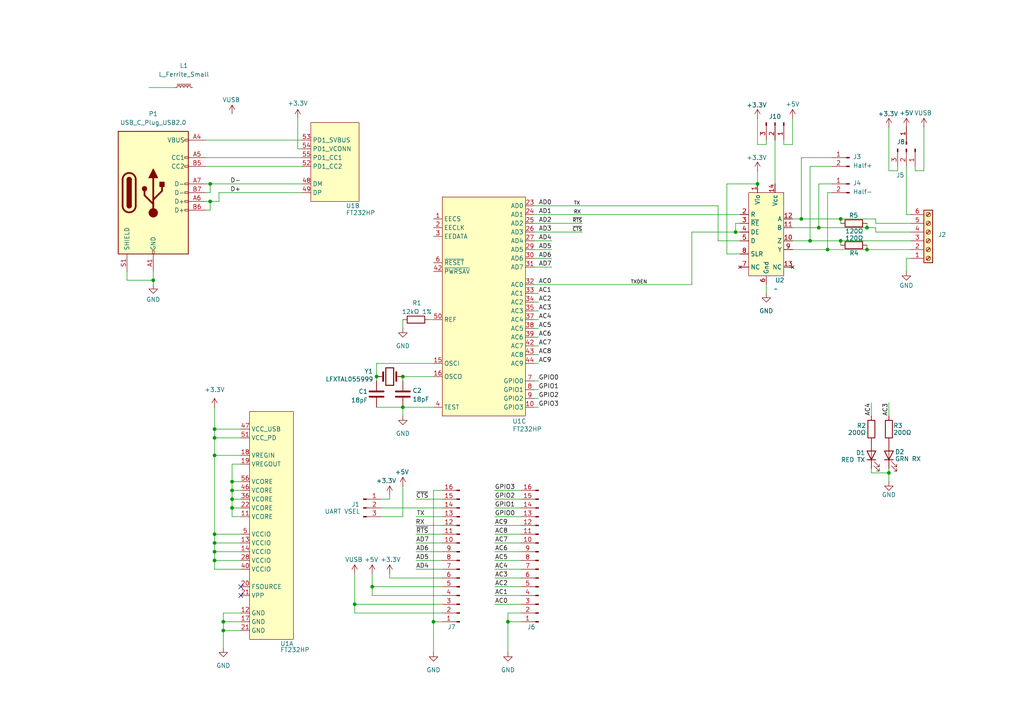
<source format=kicad_sch>
(kicad_sch (version 20231120) (generator "eeschema") (generator_version "8.0")
  (paper "A4")
  (lib_symbols
    (symbol "Connector:Conn_01x01_Pin" (pin_names (offset 1.016) hide)
      (property "Reference" "J" (at 0 2.54 0))
      (property "Value" "Conn_01x01_Pin" (at 0 -2.54 0))
      (symbol "Conn_01x01_Pin_1_1"
        (pin passive line (at 5.08 0 180) (length 3.81) (name "Pin_1") (number "1"))
      )
    )
    (symbol "Connector:Conn_01x02_Pin" (pin_names (offset 1.016) hide)
      (property "Reference" "J" (at 0 2.54 0))
      (property "Value" "Conn_01x02_Pin" (at 0 -5.08 0))
      (symbol "Conn_01x02_Pin_1_1"
        (pin passive line (at 5.08 0 180) (length 3.81) (name "Pin_1") (number "1"))
        (pin passive line (at 5.08 -2.54 180) (length 3.81) (name "Pin_2") (number "2"))
      )
    )
    (symbol "Connector:Conn_01x03_Pin" (pin_names (offset 1.016) hide)
      (property "Reference" "J" (at 0 5.08 0))
      (property "Value" "Conn_01x03_Pin" (at 0 -5.08 0))
      (symbol "Conn_01x03_Pin_1_1"
        (pin passive line (at 5.08 2.54 180) (length 3.81) (name "Pin_1") (number "1"))
        (pin passive line (at 5.08 0 180) (length 3.81) (name "Pin_2") (number "2"))
        (pin passive line (at 5.08 -2.54 180) (length 3.81) (name "Pin_3") (number "3"))
      )
    )
    (symbol "Connector:Conn_01x16_Pin" (pin_names (offset 1.016) hide)
      (property "Reference" "J" (at 0 20.32 0))
      (property "Value" "Conn_01x16_Pin" (at 0 -22.86 0))
      (symbol "Conn_01x16_Pin_1_1"
        (pin passive line (at 5.08 17.78 180) (length 3.81) (name "Pin_1") (number "1"))
        (pin passive line (at 5.08 -5.08 180) (length 3.81) (name "Pin_10") (number "10"))
        (pin passive line (at 5.08 -7.62 180) (length 3.81) (name "Pin_11") (number "11"))
        (pin passive line (at 5.08 -10.16 180) (length 3.81) (name "Pin_12") (number "12"))
        (pin passive line (at 5.08 -12.7 180) (length 3.81) (name "Pin_13") (number "13"))
        (pin passive line (at 5.08 -15.24 180) (length 3.81) (name "Pin_14") (number "14"))
        (pin passive line (at 5.08 -17.78 180) (length 3.81) (name "Pin_15") (number "15"))
        (pin passive line (at 5.08 -20.32 180) (length 3.81) (name "Pin_16") (number "16"))
        (pin passive line (at 5.08 15.24 180) (length 3.81) (name "Pin_2") (number "2"))
        (pin passive line (at 5.08 12.7 180) (length 3.81) (name "Pin_3") (number "3"))
        (pin passive line (at 5.08 10.16 180) (length 3.81) (name "Pin_4") (number "4"))
        (pin passive line (at 5.08 7.62 180) (length 3.81) (name "Pin_5") (number "5"))
        (pin passive line (at 5.08 5.08 180) (length 3.81) (name "Pin_6") (number "6"))
        (pin passive line (at 5.08 2.54 180) (length 3.81) (name "Pin_7") (number "7"))
        (pin passive line (at 5.08 0 180) (length 3.81) (name "Pin_8") (number "8"))
        (pin passive line (at 5.08 -2.54 180) (length 3.81) (name "Pin_9") (number "9"))
      )
    )
    (symbol "Connector:Screw_Terminal_01x06" (pin_names (offset 1.016) hide)
      (property "Reference" "J" (at 0 7.62 0))
      (property "Value" "Screw_Terminal_01x06" (at 0 -10.16 0))
      (symbol "Screw_Terminal_01x06_1_1"
        (pin passive line (at -5.08 5.08 0) (length 3.81) (name "Pin_1") (number "1"))
        (pin passive line (at -5.08 2.54 0) (length 3.81) (name "Pin_2") (number "2"))
        (pin passive line (at -5.08 0 0) (length 3.81) (name "Pin_3") (number "3"))
        (pin passive line (at -5.08 -2.54 0) (length 3.81) (name "Pin_4") (number "4"))
        (pin passive line (at -5.08 -5.08 0) (length 3.81) (name "Pin_5") (number "5"))
        (pin passive line (at -5.08 -7.62 0) (length 3.81) (name "Pin_6") (number "6"))
      )
    )
    (symbol "Connector:USB_C_Receptacle_USB2.0_14P" (pin_names (offset 1.016))
      (property "Reference" "J" (at 0 22.225 0))
      (property "Value" "USB_C_Receptacle_USB2.0_14P" (at 0 19.685 0))
      (symbol "USB_C_Receptacle_USB2.0_14P_1_1"
        (pin passive line (at 0 -22.86 90) (length 5.08) (name "GND") (number "A1"))
        (pin passive line (at 0 -22.86 90) (length 5.08) hide (name "GND") (number "A12"))
        (pin passive line (at 15.24 15.24 180) (length 5.08) (name "VBUS") (number "A4"))
        (pin bidirectional line (at 15.24 10.16 180) (length 5.08) (name "CC1") (number "A5"))
        (pin bidirectional line (at 15.24 -2.54 180) (length 5.08) (name "D+") (number "A6"))
        (pin bidirectional line (at 15.24 2.54 180) (length 5.08) (name "D-") (number "A7"))
        (pin passive line (at 15.24 15.24 180) (length 5.08) hide (name "VBUS") (number "A9"))
        (pin passive line (at 0 -22.86 90) (length 5.08) hide (name "GND") (number "B1"))
        (pin passive line (at 0 -22.86 90) (length 5.08) hide (name "GND") (number "B12"))
        (pin passive line (at 15.24 15.24 180) (length 5.08) hide (name "VBUS") (number "B4"))
        (pin bidirectional line (at 15.24 7.62 180) (length 5.08) (name "CC2") (number "B5"))
        (pin bidirectional line (at 15.24 -5.08 180) (length 5.08) (name "D+") (number "B6"))
        (pin bidirectional line (at 15.24 0 180) (length 5.08) (name "D-") (number "B7"))
        (pin passive line (at 15.24 15.24 180) (length 5.08) hide (name "VBUS") (number "B9"))
        (pin passive line (at -7.62 -22.86 90) (length 5.08) (name "SHIELD") (number "S1"))
      )
    )
    (symbol "Device:C" (pin_numbers hide) (pin_names (offset 0.254))
      (property "Reference" "C" (at 0.635 2.54 0))
      (property "Value" "C" (at 0.635 -2.54 0))
      (symbol "C_1_1"
        (pin passive line (at 0 3.81 270) (length 2.794) (name "~") (number "1"))
        (pin passive line (at 0 -3.81 90) (length 2.794) (name "~") (number "2"))
      )
    )
    (symbol "Device:Crystal" (pin_numbers hide) (pin_names (offset 1.016) hide)
      (property "Reference" "Y" (at 0 3.81 0))
      (property "Value" "Crystal" (at 0 -3.81 0))
      (symbol "Crystal_1_1"
        (pin passive line (at -3.81 0 0) (length 1.27) (name "1") (number "1"))
        (pin passive line (at 3.81 0 180) (length 1.27) (name "2") (number "2"))
      )
    )
    (symbol "Device:LED" (pin_numbers hide) (pin_names (offset 1.016) hide)
      (property "Reference" "D" (at 0 2.54 0))
      (property "Value" "LED" (at 0 -2.54 0))
      (symbol "LED_1_1"
        (pin passive line (at -3.81 0 0) (length 2.54) (name "K") (number "1"))
        (pin passive line (at 3.81 0 180) (length 2.54) (name "A") (number "2"))
      )
    )
    (symbol "Device:L_Ferrite_Small" (pin_numbers hide) (pin_names (offset 0.254) hide)
      (property "Reference" "L" (at 1.27 1.016 0))
      (property "Value" "L_Ferrite_Small" (at 1.27 -1.27 0))
      (symbol "L_Ferrite_Small_1_1"
        (pin passive line (at 0 2.54 270) (length 0.508) (name "~") (number "1"))
        (pin passive line (at 0 -2.54 90) (length 0.508) (name "~") (number "2"))
      )
    )
    (symbol "Device:R" (pin_numbers hide) (pin_names (offset 0))
      (property "Reference" "R" (at 2.032 0 90))
      (property "Value" "R" (at 0 0 90))
      (symbol "R_1_1"
        (pin passive line (at 0 3.81 270) (length 1.27) (name "~") (number "1"))
        (pin passive line (at 0 -3.81 90) (length 1.27) (name "~") (number "2"))
      )
    )
    (symbol "FT232HPQ_1"
      (property "Reference" "U" (at 11.43 -46.99 0))
      (property "Value" "FT232HP" (at -0.762 35.052 0))
      (symbol "FT232HPQ_1_1_1"
        (pin power_in line (at -10.16 6.35 0) (length 2.54) (name "VCORE") (number "11"))
        (pin power_in line (at -10.16 -21.59 0) (length 2.54) (name "GND") (number "12"))
        (pin power_in line (at -10.16 -1.27 0) (length 2.54) (name "VCCIO") (number "13"))
        (pin power_in line (at -10.16 -3.81 0) (length 2.54) (name "VCCIO") (number "14"))
        (pin power_in line (at -10.16 -24.13 0) (length 2.54) (name "GND") (number "17"))
        (pin power_in line (at -10.16 24.13 0) (length 2.54) (name "VREGIN") (number "18"))
        (pin power_out line (at -10.16 21.59 0) (length 2.54) (name "VREGOUT") (number "19"))
        (pin power_in line (at -10.16 -13.97 0) (length 2.54) (name "FSOURCE") (number "20"))
        (pin power_in line (at -10.16 -26.67 0) (length 2.54) (name "GND") (number "21"))
        (pin power_in line (at -10.16 -16.51 0) (length 2.54) (name "VPP") (number "21"))
        (pin power_in line (at -10.16 8.89 0) (length 2.54) (name "VCORE") (number "22"))
        (pin power_in line (at -10.16 -6.35 0) (length 2.54) (name "VCCIO") (number "28"))
        (pin power_in line (at -10.16 11.43 0) (length 2.54) (name "VCORE") (number "36"))
        (pin power_in line (at -10.16 -8.89 0) (length 2.54) (name "VCCIO") (number "40"))
        (pin power_in line (at -10.16 13.97 0) (length 2.54) (name "VCORE") (number "46"))
        (pin power_in line (at -10.16 31.75 0) (length 2.54) (name "VCC_USB") (number "47"))
        (pin power_in line (at -10.16 1.27 0) (length 2.54) (name "VCCIO") (number "5"))
        (pin power_in line (at -10.16 29.21 0) (length 2.54) (name "VCC_PD") (number "51"))
        (pin power_in line (at -10.16 16.51 0) (length 2.54) (name "VCORE") (number "56"))
      )
      (symbol "FT232HPQ_1_2_1"
        (pin bidirectional line (at -10.16 7.62 0) (length 2.54) (name "DM") (number "48"))
        (pin bidirectional line (at -10.16 5.08 0) (length 2.54) (name "DP") (number "49"))
        (pin bidirectional line (at -10.16 12.7 0) (length 2.54) (name "PD1_CC2") (number "52"))
        (pin input line (at -10.16 20.32 0) (length 2.54) (name "PD1_SVBUS") (number "53"))
        (pin power_in line (at -10.16 17.78 0) (length 2.54) (name "PD1_VCONN") (number "54"))
        (pin bidirectional line (at -10.16 15.24 0) (length 2.54) (name "PD1_CC1") (number "55"))
      )
      (symbol "FT232HPQ_1_3_1"
        (pin bidirectional line (at -15.24 11.43 0) (length 2.54) (name "EECS") (number "1"))
        (pin bidirectional line (at 13.97 -43.18 180) (length 2.54) (name "GPIO3") (number "10"))
        (pin input line (at -15.24 -30.48 0) (length 2.54) (name "OSCI") (number "15"))
        (pin output line (at -15.24 -34.29 0) (length 2.54) (name "OSCO") (number "16"))
        (pin output line (at -15.24 8.89 0) (length 2.54) (name "EECLK") (number "2"))
        (pin bidirectional line (at 13.97 15.24 180) (length 2.54) (name "AD0") (number "23"))
        (pin bidirectional line (at 13.97 12.7 180) (length 2.54) (name "AD1") (number "24"))
        (pin bidirectional line (at 13.97 10.16 180) (length 2.54) (name "AD2") (number "25"))
        (pin bidirectional line (at 13.97 7.62 180) (length 2.54) (name "AD3") (number "26"))
        (pin bidirectional line (at 13.97 5.08 180) (length 2.54) (name "AD4") (number "27"))
        (pin bidirectional line (at 13.97 2.54 180) (length 2.54) (name "AD5") (number "29"))
        (pin bidirectional line (at -15.24 6.35 0) (length 2.54) (name "EEDATA") (number "3"))
        (pin bidirectional line (at 13.97 0 180) (length 2.54) (name "AD6") (number "30"))
        (pin bidirectional line (at 13.97 -2.54 180) (length 2.54) (name "AD7") (number "31"))
        (pin bidirectional line (at 13.97 -7.62 180) (length 2.54) (name "AC0") (number "32"))
        (pin bidirectional line (at 13.97 -10.16 180) (length 2.54) (name "AC1") (number "33"))
        (pin bidirectional line (at 13.97 -12.7 180) (length 2.54) (name "AC2") (number "34"))
        (pin bidirectional line (at 13.97 -15.24 180) (length 2.54) (name "AC3") (number "35"))
        (pin bidirectional line (at 13.97 -17.78 180) (length 2.54) (name "AC4") (number "37"))
        (pin bidirectional line (at 13.97 -20.32 180) (length 2.54) (name "AC5") (number "38"))
        (pin bidirectional line (at 13.97 -22.86 180) (length 2.54) (name "AC6") (number "39"))
        (pin input line (at -15.24 -43.18 0) (length 2.54) (name "TEST") (number "4"))
        (pin bidirectional line (at 13.97 -25.4 180) (length 2.54) (name "AC7") (number "42"))
        (pin input line (at -15.24 -3.81 0) (length 2.54) (name "~{PWRSAV}") (number "42"))
        (pin bidirectional line (at 13.97 -27.94 180) (length 2.54) (name "AC8") (number "43"))
        (pin bidirectional line (at 13.97 -30.48 180) (length 2.54) (name "AC9") (number "44"))
        (pin input line (at -15.24 -17.78 0) (length 2.54) (name "REF") (number "50"))
        (pin input line (at -15.24 -1.27 0) (length 2.54) (name "~{RESET}") (number "6"))
        (pin bidirectional line (at 13.97 -35.56 180) (length 2.54) (name "GPIO0") (number "7"))
        (pin bidirectional line (at 13.97 -38.1 180) (length 2.54) (name "GPIO1") (number "8"))
        (pin bidirectional line (at 13.97 -40.64 180) (length 2.54) (name "GPIO2") (number "9"))
      )
    )
    (symbol "Interface_UART:THVD2452V"
      (property "Reference" "U" (at 3.302 -14.986 0))
      (symbol "THVD2452V_1_1"
        (pin power_in line (at -2.54 12.7 270) (length 2.54) (name "Vio") (number "1"))
        (pin output line (at 7.62 -3.81 180) (length 2.54) (name "Z") (number "10"))
        (pin input line (at 7.62 0 180) (length 2.54) (name "B") (number "11"))
        (pin input line (at 7.62 2.54 180) (length 2.54) (name "A") (number "12"))
        (pin no_connect line (at 7.62 -11.43 180) (length 2.54) (name "NC") (number "13"))
        (pin power_in line (at 2.54 12.7 270) (length 2.54) (name "Vcc") (number "14"))
        (pin output line (at -7.62 3.81 0) (length 2.54) (name "R") (number "2"))
        (pin input line (at -7.62 1.27 0) (length 2.54) (name "~{RE}") (number "3"))
        (pin input line (at -7.62 -1.27 0) (length 2.54) (name "DE") (number "4"))
        (pin input line (at -7.62 -3.81 0) (length 2.54) (name "D") (number "5"))
        (pin power_in line (at 0 -16.51 90) (length 2.54) (name "Gnd") (number "6"))
        (pin no_connect line (at -7.62 -11.43 0) (length 2.54) (name "NC") (number "7"))
        (pin input line (at -7.62 -7.62 0) (length 2.54) (name "SLR") (number "8"))
        (pin output line (at 7.62 -6.35 180) (length 2.54) (name "Y") (number "9"))
      )
    )
    (symbol "Interface_USB:FT232HPQ"
      (property "Reference" "U" (at 11.43 -46.99 0))
      (property "Value" "FT232HP" (at -0.762 35.052 0))
      (symbol "FT232HPQ_1_1"
        (pin power_in line (at -10.16 6.35 0) (length 2.54) (name "VCORE") (number "11"))
        (pin power_in line (at -10.16 -21.59 0) (length 2.54) (name "GND") (number "12"))
        (pin power_in line (at -10.16 -1.27 0) (length 2.54) (name "VCCIO") (number "13"))
        (pin power_in line (at -10.16 -3.81 0) (length 2.54) (name "VCCIO") (number "14"))
        (pin power_in line (at -10.16 -24.13 0) (length 2.54) (name "GND") (number "17"))
        (pin power_in line (at -10.16 24.13 0) (length 2.54) (name "VREGIN") (number "18"))
        (pin power_out line (at -10.16 21.59 0) (length 2.54) (name "VREGOUT") (number "19"))
        (pin power_in line (at -10.16 -13.97 0) (length 2.54) (name "FSOURCE") (number "20"))
        (pin power_in line (at -10.16 -26.67 0) (length 2.54) (name "GND") (number "21"))
        (pin power_in line (at -10.16 -16.51 0) (length 2.54) (name "VPP") (number "21"))
        (pin power_in line (at -10.16 8.89 0) (length 2.54) (name "VCORE") (number "22"))
        (pin power_in line (at -10.16 -6.35 0) (length 2.54) (name "VCCIO") (number "28"))
        (pin power_in line (at -10.16 11.43 0) (length 2.54) (name "VCORE") (number "36"))
        (pin power_in line (at -10.16 -8.89 0) (length 2.54) (name "VCCIO") (number "40"))
        (pin power_in line (at -10.16 13.97 0) (length 2.54) (name "VCORE") (number "46"))
        (pin power_in line (at -10.16 31.75 0) (length 2.54) (name "VCC_USB") (number "47"))
        (pin power_in line (at -10.16 1.27 0) (length 2.54) (name "VCCIO") (number "5"))
        (pin power_in line (at -10.16 29.21 0) (length 2.54) (name "VCC_PD") (number "51"))
        (pin power_in line (at -10.16 16.51 0) (length 2.54) (name "VCORE") (number "56"))
      )
      (symbol "FT232HPQ_2_1"
        (pin bidirectional line (at -10.16 7.62 0) (length 2.54) (name "DM") (number "48"))
        (pin bidirectional line (at -10.16 5.08 0) (length 2.54) (name "DP") (number "49"))
        (pin bidirectional line (at -10.16 12.7 0) (length 2.54) (name "PD1_CC2") (number "52"))
        (pin input line (at -10.16 20.32 0) (length 2.54) (name "PD1_SVBUS") (number "53"))
        (pin power_in line (at -10.16 17.78 0) (length 2.54) (name "PD1_VCONN") (number "54"))
        (pin bidirectional line (at -10.16 15.24 0) (length 2.54) (name "PD1_CC1") (number "55"))
      )
      (symbol "FT232HPQ_3_1"
        (pin bidirectional line (at -15.24 11.43 0) (length 2.54) (name "EECS") (number "1"))
        (pin bidirectional line (at 13.97 -43.18 180) (length 2.54) (name "GPIO3") (number "10"))
        (pin input line (at -15.24 -30.48 0) (length 2.54) (name "OSCI") (number "15"))
        (pin output line (at -15.24 -34.29 0) (length 2.54) (name "OSCO") (number "16"))
        (pin output line (at -15.24 8.89 0) (length 2.54) (name "EECLK") (number "2"))
        (pin bidirectional line (at 13.97 15.24 180) (length 2.54) (name "AD0") (number "23"))
        (pin bidirectional line (at 13.97 12.7 180) (length 2.54) (name "AD1") (number "24"))
        (pin bidirectional line (at 13.97 10.16 180) (length 2.54) (name "AD2") (number "25"))
        (pin bidirectional line (at 13.97 7.62 180) (length 2.54) (name "AD3") (number "26"))
        (pin bidirectional line (at 13.97 5.08 180) (length 2.54) (name "AD4") (number "27"))
        (pin bidirectional line (at 13.97 2.54 180) (length 2.54) (name "AD5") (number "29"))
        (pin bidirectional line (at -15.24 6.35 0) (length 2.54) (name "EEDATA") (number "3"))
        (pin bidirectional line (at 13.97 0 180) (length 2.54) (name "AD6") (number "30"))
        (pin bidirectional line (at 13.97 -2.54 180) (length 2.54) (name "AD7") (number "31"))
        (pin bidirectional line (at 13.97 -7.62 180) (length 2.54) (name "AC0") (number "32"))
        (pin bidirectional line (at 14.0322 -9.9255 180) (length 2.54) (name "AC1") (number "33"))
        (pin bidirectional line (at 13.97 -12.7 180) (length 2.54) (name "AC2") (number "34"))
        (pin bidirectional line (at 13.97 -15.24 180) (length 2.54) (name "AC3") (number "35"))
        (pin bidirectional line (at 13.97 -17.78 180) (length 2.54) (name "AC4") (number "37"))
        (pin bidirectional line (at 13.97 -20.32 180) (length 2.54) (name "AC5") (number "38"))
        (pin bidirectional line (at 13.97 -22.86 180) (length 2.54) (name "AC6") (number "39"))
        (pin input line (at -15.24 -43.18 0) (length 2.54) (name "TEST") (number "4"))
        (pin bidirectional line (at 13.97 -25.4 180) (length 2.54) (name "AC7") (number "42"))
        (pin input line (at -15.24 -3.81 0) (length 2.54) (name "~{PWRSAV}") (number "42"))
        (pin bidirectional line (at 13.97 -27.94 180) (length 2.54) (name "AC8") (number "43"))
        (pin bidirectional line (at 13.97 -30.48 180) (length 2.54) (name "AC9") (number "44"))
        (pin input line (at -15.24 -17.78 0) (length 2.54) (name "REF") (number "50"))
        (pin input line (at -15.24 -1.27 0) (length 2.54) (name "~{RESET}") (number "6"))
        (pin bidirectional line (at 13.97 -35.56 180) (length 2.54) (name "GPIO0") (number "7"))
        (pin bidirectional line (at 13.97 -38.1 180) (length 2.54) (name "GPIO1") (number "8"))
        (pin bidirectional line (at 13.97 -40.64 180) (length 2.54) (name "GPIO2") (number "9"))
      )
    )
    (symbol "power:+3.3V" (power) (pin_numbers hide) (pin_names (offset 0) hide)
      (property "Value" "+3.3V" (at 0 3.556 0))
      (symbol "+3.3V_1_1"
        (pin power_in line (at 0 0 90) (length 0) (name "~") (number "1"))
      )
    )
    (symbol "power:+5V" (power) (pin_numbers hide) (pin_names (offset 0) hide)
      (property "Value" "+5V" (at 0 3.556 0))
      (symbol "+5V_1_1"
        (pin power_in line (at 0 0 90) (length 0) (name "~") (number "1"))
      )
    )
    (symbol "power:GND" (power) (pin_numbers hide) (pin_names (offset 0) hide)
      (property "Value" "GND" (at 0 -3.81 0))
      (symbol "GND_1_1"
        (pin power_in line (at 0 0 270) (length 0) (name "~") (number "1"))
      )
    )
    (symbol "power:VBUS" (power) (pin_numbers hide) (pin_names (offset 0) hide)
      (property "Value" "VBUS" (at 0 3.556 0))
      (symbol "VBUS_1_1"
        (pin power_in line (at 0 0 90) (length 0) (name "~") (number "1"))
      )
    )
  )
  (junction (at 67.31 139.7))
  (junction (at 62.23 154.94))
  (junction (at 62.23 162.56))
  (junction (at 102.87 175.26))
  (junction (at 62.23 132.08))
  (junction (at 243.84 63.5))
  (junction (at 243.84 69.85))
  (junction (at 219.71 53.34))
  (junction (at 62.23 124.46))
  (junction (at 237.49 66.04))
  (junction (at 60.96 58.42))
  (junction (at 60.96 53.34))
  (junction (at 232.41 63.5))
  (junction (at 67.31 144.78))
  (junction (at 64.77 182.88))
  (junction (at 109.22 109.22))
  (junction (at 240.03 72.39))
  (junction (at 64.77 180.34))
  (junction (at 251.46 72.39))
  (junction (at 125.73 180.34))
  (junction (at 107.95 170.18))
  (junction (at 257.81 137.16))
  (junction (at 234.95 69.85))
  (junction (at 67.31 147.32))
  (junction (at 44.45 81.28))
  (junction (at 67.31 142.24))
  (junction (at 62.23 160.02))
  (junction (at 147.32 180.34))
  (junction (at 116.84 109.22))
  (junction (at 62.23 157.48))
  (junction (at 62.23 127))
  (junction (at 116.84 118.11))
  (junction (at 251.46 66.04))
  (junction (at 213.36 67.31))
  (no_connect (at 69.85 170.18))
  (no_connect (at 69.85 172.72))
  (wire (pts (xy 156.21 87.63) (xy 154.94 87.63)))
  (wire (pts (xy 67.31 139.7) (xy 67.31 142.24)))
  (wire (pts (xy 62.23 160.02) (xy 69.85 160.02)))
  (wire (pts (xy 143.51 152.4) (xy 151.13 152.4)))
  (wire (pts (xy 120.65 165.1) (xy 128.27 165.1)))
  (wire (pts (xy 62.23 132.08) (xy 69.85 132.08)))
  (wire (pts (xy 107.95 166.37) (xy 107.95 170.18)))
  (wire (pts (xy 143.51 165.1) (xy 151.13 165.1)))
  (wire (pts (xy 120.65 144.78) (xy 128.27 144.78)))
  (wire (pts (xy 257.81 135.89) (xy 257.81 137.16)))
  (wire (pts (xy 64.77 177.8) (xy 64.77 180.34)))
  (wire (pts (xy 154.94 67.31) (xy 168.91 67.31)))
  (wire (pts (xy 251.46 72.39) (xy 264.16 72.39)))
  (wire (pts (xy 143.51 157.48) (xy 151.13 157.48)))
  (wire (pts (xy 116.84 149.86) (xy 116.84 140.97)))
  (wire (pts (xy 124.46 92.71) (xy 125.73 92.71)))
  (wire (pts (xy 237.49 66.04) (xy 237.49 53.34)))
  (wire (pts (xy 60.96 53.34) (xy 87.63 53.34)))
  (wire (pts (xy 224.79 40.64) (xy 224.79 53.34)))
  (wire (pts (xy 264.16 74.93) (xy 262.89 74.93)))
  (wire (pts (xy 251.46 71.12) (xy 251.46 72.39)))
  (wire (pts (xy 62.23 165.1) (xy 69.85 165.1)))
  (wire (pts (xy 69.85 177.8) (xy 64.77 177.8)))
  (wire (pts (xy 64.77 182.88) (xy 64.77 187.96)))
  (wire (pts (xy 116.84 109.22) (xy 125.73 109.22)))
  (wire (pts (xy 252.73 135.89) (xy 252.73 137.16)))
  (wire (pts (xy 59.69 40.64) (xy 87.63 40.64)))
  (wire (pts (xy 156.21 115.57) (xy 154.94 115.57)))
  (wire (pts (xy 229.87 34.29) (xy 229.87 41.91)))
  (wire (pts (xy 116.84 118.11) (xy 116.84 120.65)))
  (wire (pts (xy 62.23 157.48) (xy 62.23 160.02)))
  (wire (pts (xy 44.45 81.28) (xy 44.45 82.55)))
  (wire (pts (xy 262.89 62.23) (xy 262.89 48.26)))
  (wire (pts (xy 60.96 60.96) (xy 60.96 58.42)))
  (wire (pts (xy 62.23 127) (xy 69.85 127)))
  (wire (pts (xy 234.95 48.26) (xy 234.95 69.85)))
  (wire (pts (xy 120.65 162.56) (xy 128.27 162.56)))
  (wire (pts (xy 219.71 41.91) (xy 219.71 34.29)))
  (wire (pts (xy 143.51 154.94) (xy 151.13 154.94)))
  (wire (pts (xy 143.51 149.86) (xy 151.13 149.86)))
  (wire (pts (xy 143.51 144.78) (xy 151.13 144.78)))
  (wire (pts (xy 67.31 142.24) (xy 67.31 144.78)))
  (wire (pts (xy 254 67.31) (xy 264.16 67.31)))
  (wire (pts (xy 125.73 180.34) (xy 128.27 180.34)))
  (wire (pts (xy 213.36 67.31) (xy 200.66 67.31)))
  (wire (pts (xy 156.21 100.33) (xy 154.94 100.33)))
  (wire (pts (xy 254 63.5) (xy 243.84 63.5)))
  (wire (pts (xy 254 64.77) (xy 254 63.5)))
  (wire (pts (xy 116.84 110.49) (xy 116.84 109.22)))
  (wire (pts (xy 110.49 144.78) (xy 113.03 144.78)))
  (wire (pts (xy 240.03 55.88) (xy 240.03 72.39)))
  (wire (pts (xy 62.23 132.08) (xy 62.23 154.94)))
  (wire (pts (xy 265.43 49.53) (xy 267.97 49.53)))
  (wire (pts (xy 59.69 60.96) (xy 60.96 60.96)))
  (wire (pts (xy 59.69 55.88) (xy 60.96 55.88)))
  (wire (pts (xy 120.65 149.86) (xy 128.27 149.86)))
  (wire (pts (xy 229.87 66.04) (xy 237.49 66.04)))
  (wire (pts (xy 107.95 170.18) (xy 128.27 170.18)))
  (wire (pts (xy 257.81 137.16) (xy 257.81 139.7)))
  (wire (pts (xy 69.85 134.62) (xy 67.31 134.62)))
  (wire (pts (xy 243.84 63.5) (xy 243.84 64.77)))
  (wire (pts (xy 59.69 45.72) (xy 87.63 45.72)))
  (wire (pts (xy 265.43 48.26) (xy 265.43 49.53)))
  (wire (pts (xy 109.22 110.49) (xy 109.22 109.22)))
  (wire (pts (xy 36.83 78.74) (xy 36.83 81.28)))
  (wire (pts (xy 64.77 180.34) (xy 64.77 182.88)))
  (wire (pts (xy 143.51 147.32) (xy 151.13 147.32)))
  (wire (pts (xy 67.31 149.86) (xy 69.85 149.86)))
  (wire (pts (xy 63.5 55.88) (xy 87.63 55.88)))
  (wire (pts (xy 227.33 41.91) (xy 229.87 41.91)))
  (wire (pts (xy 109.22 105.41) (xy 125.73 105.41)))
  (wire (pts (xy 113.03 167.64) (xy 128.27 167.64)))
  (wire (pts (xy 257.81 49.53) (xy 257.81 36.83)))
  (wire (pts (xy 260.35 49.53) (xy 257.81 49.53)))
  (wire (pts (xy 67.31 144.78) (xy 67.31 147.32)))
  (wire (pts (xy 143.51 170.18) (xy 151.13 170.18)))
  (wire (pts (xy 254 66.04) (xy 251.46 66.04)))
  (wire (pts (xy 229.87 72.39) (xy 240.03 72.39)))
  (wire (pts (xy 243.84 63.5) (xy 232.41 63.5)))
  (wire (pts (xy 147.32 177.8) (xy 147.32 180.34)))
  (wire (pts (xy 251.46 64.77) (xy 251.46 66.04)))
  (wire (pts (xy 156.21 95.25) (xy 154.94 95.25)))
  (wire (pts (xy 254 67.31) (xy 254 66.04)))
  (wire (pts (xy 234.95 69.85) (xy 243.84 69.85)))
  (wire (pts (xy 62.23 162.56) (xy 62.23 165.1)))
  (wire (pts (xy 67.31 142.24) (xy 69.85 142.24)))
  (wire (pts (xy 125.73 142.24) (xy 125.73 180.34)))
  (wire (pts (xy 143.51 175.26) (xy 151.13 175.26)))
  (wire (pts (xy 86.36 43.18) (xy 86.36 34.29)))
  (wire (pts (xy 110.49 147.32) (xy 128.27 147.32)))
  (wire (pts (xy 102.87 175.26) (xy 128.27 175.26)))
  (wire (pts (xy 62.23 154.94) (xy 62.23 157.48)))
  (wire (pts (xy 200.66 82.55) (xy 200.66 67.31)))
  (wire (pts (xy 240.03 55.88) (xy 241.3 55.88)))
  (wire (pts (xy 143.51 167.64) (xy 151.13 167.64)))
  (wire (pts (xy 154.94 64.77) (xy 168.91 64.77)))
  (wire (pts (xy 147.32 180.34) (xy 147.32 189.23)))
  (wire (pts (xy 156.21 118.11) (xy 154.94 118.11)))
  (wire (pts (xy 67.31 144.78) (xy 69.85 144.78)))
  (wire (pts (xy 156.21 105.41) (xy 154.94 105.41)))
  (wire (pts (xy 257.81 116.84) (xy 257.81 120.65)))
  (wire (pts (xy 208.28 59.69) (xy 208.28 69.85)))
  (wire (pts (xy 87.63 48.26) (xy 59.69 48.26)))
  (wire (pts (xy 120.65 157.48) (xy 128.27 157.48)))
  (wire (pts (xy 222.25 82.55) (xy 222.25 85.09)))
  (wire (pts (xy 62.23 124.46) (xy 69.85 124.46)))
  (wire (pts (xy 210.82 73.66) (xy 210.82 53.34)))
  (wire (pts (xy 213.36 64.77) (xy 213.36 67.31)))
  (wire (pts (xy 251.46 66.04) (xy 237.49 66.04)))
  (wire (pts (xy 156.21 110.49) (xy 154.94 110.49)))
  (wire (pts (xy 120.65 160.02) (xy 128.27 160.02)))
  (wire (pts (xy 154.94 90.17) (xy 156.21 90.17)))
  (wire (pts (xy 214.63 73.66) (xy 210.82 73.66)))
  (wire (pts (xy 86.36 43.18) (xy 87.63 43.18)))
  (wire (pts (xy 60.96 55.88) (xy 60.96 53.34)))
  (wire (pts (xy 143.51 160.02) (xy 151.13 160.02)))
  (wire (pts (xy 44.45 78.74) (xy 44.45 81.28)))
  (wire (pts (xy 260.35 48.26) (xy 260.35 49.53)))
  (wire (pts (xy 222.25 40.64) (xy 222.25 41.91)))
  (wire (pts (xy 252.73 137.16) (xy 257.81 137.16)))
  (wire (pts (xy 59.69 53.34) (xy 60.96 53.34)))
  (wire (pts (xy 237.49 53.34) (xy 241.3 53.34)))
  (wire (pts (xy 67.31 134.62) (xy 67.31 139.7)))
  (wire (pts (xy 156.21 113.03) (xy 154.94 113.03)))
  (wire (pts (xy 154.94 82.55) (xy 200.66 82.55)))
  (wire (pts (xy 113.03 144.78) (xy 113.03 143.51)))
  (wire (pts (xy 120.65 152.4) (xy 128.27 152.4)))
  (wire (pts (xy 252.73 116.84) (xy 252.73 120.65)))
  (wire (pts (xy 102.87 166.37) (xy 102.87 175.26)))
  (wire (pts (xy 154.94 72.39) (xy 160.02 72.39)))
  (wire (pts (xy 107.95 172.72) (xy 128.27 172.72)))
  (wire (pts (xy 210.82 53.34) (xy 219.71 53.34)))
  (wire (pts (xy 64.77 182.88) (xy 69.85 182.88)))
  (wire (pts (xy 222.25 41.91) (xy 219.71 41.91)))
  (wire (pts (xy 262.89 74.93) (xy 262.89 78.74)))
  (wire (pts (xy 107.95 170.18) (xy 107.95 172.72)))
  (wire (pts (xy 67.31 139.7) (xy 69.85 139.7)))
  (wire (pts (xy 63.5 55.88) (xy 63.5 58.42)))
  (wire (pts (xy 109.22 118.11) (xy 116.84 118.11)))
  (wire (pts (xy 154.94 69.85) (xy 160.02 69.85)))
  (wire (pts (xy 62.23 124.46) (xy 62.23 127)))
  (wire (pts (xy 156.21 97.79) (xy 154.94 97.79)))
  (wire (pts (xy 128.27 142.24) (xy 125.73 142.24)))
  (wire (pts (xy 64.77 180.34) (xy 69.85 180.34)))
  (wire (pts (xy 109.22 105.41) (xy 109.22 109.22)))
  (wire (pts (xy 113.03 166.37) (xy 113.03 167.64)))
  (wire (pts (xy 229.87 69.85) (xy 234.95 69.85)))
  (wire (pts (xy 125.73 180.34) (xy 125.73 189.23)))
  (wire (pts (xy 69.85 147.32) (xy 67.31 147.32)))
  (wire (pts (xy 151.13 177.8) (xy 147.32 177.8)))
  (wire (pts (xy 229.87 63.5) (xy 232.41 63.5)))
  (wire (pts (xy 116.84 92.71) (xy 116.84 95.25)))
  (wire (pts (xy 232.41 45.72) (xy 241.3 45.72)))
  (wire (pts (xy 156.21 85.09) (xy 154.94 85.09)))
  (wire (pts (xy 43.18 25.4) (xy 50.8 25.4)))
  (wire (pts (xy 143.51 162.56) (xy 151.13 162.56)))
  (wire (pts (xy 116.84 149.86) (xy 110.49 149.86)))
  (wire (pts (xy 232.41 63.5) (xy 232.41 45.72)))
  (wire (pts (xy 143.51 142.24) (xy 151.13 142.24)))
  (wire (pts (xy 214.63 69.85) (xy 208.28 69.85)))
  (wire (pts (xy 154.94 74.93) (xy 160.02 74.93)))
  (wire (pts (xy 62.23 160.02) (xy 62.23 162.56)))
  (wire (pts (xy 243.84 69.85) (xy 243.84 71.12)))
  (wire (pts (xy 116.84 118.11) (xy 125.73 118.11)))
  (wire (pts (xy 154.94 92.71) (xy 156.21 92.71)))
  (wire (pts (xy 120.65 154.94) (xy 128.27 154.94)))
  (wire (pts (xy 67.31 147.32) (xy 67.31 149.86)))
  (wire (pts (xy 59.69 58.42) (xy 60.96 58.42)))
  (wire (pts (xy 128.27 177.8) (xy 102.87 177.8)))
  (wire (pts (xy 62.23 154.94) (xy 69.85 154.94)))
  (wire (pts (xy 213.36 64.77) (xy 214.63 64.77)))
  (wire (pts (xy 147.32 180.34) (xy 151.13 180.34)))
  (wire (pts (xy 267.97 36.83) (xy 267.97 49.53)))
  (wire (pts (xy 254 64.77) (xy 264.16 64.77)))
  (wire (pts (xy 243.84 69.85) (xy 264.16 69.85)))
  (wire (pts (xy 102.87 175.26) (xy 102.87 177.8)))
  (wire (pts (xy 62.23 127) (xy 62.23 132.08)))
  (wire (pts (xy 60.96 58.42) (xy 63.5 58.42)))
  (wire (pts (xy 62.23 162.56) (xy 69.85 162.56)))
  (wire (pts (xy 62.23 157.48) (xy 69.85 157.48)))
  (wire (pts (xy 227.33 40.64) (xy 227.33 41.91)))
  (wire (pts (xy 154.94 62.23) (xy 214.63 62.23)))
  (wire (pts (xy 264.16 62.23) (xy 262.89 62.23)))
  (wire (pts (xy 240.03 72.39) (xy 251.46 72.39)))
  (wire (pts (xy 62.23 118.11) (xy 62.23 124.46)))
  (wire (pts (xy 241.3 48.26) (xy 234.95 48.26)))
  (wire (pts (xy 219.71 49.53) (xy 219.71 53.34)))
  (wire (pts (xy 143.51 172.72) (xy 151.13 172.72)))
  (wire (pts (xy 156.21 102.87) (xy 154.94 102.87)))
  (wire (pts (xy 154.94 59.69) (xy 208.28 59.69)))
  (wire (pts (xy 154.94 77.47) (xy 160.02 77.47)))
  (wire (pts (xy 214.63 67.31) (xy 213.36 67.31)))
  (wire (pts (xy 36.83 81.28) (xy 44.45 81.28)))
  (label "AD0" (at 160.02 59.69 180))
  (label "AD6" (at 120.65 160.02 0))
  (label "AC4" (at 252.73 116.84 270))
  (label "TX" (at 166.37 59.69 0) (effects (font (size 1 1))))
  (label "AC3" (at 156.21 90.17 0))
  (label "AD7" (at 120.65 157.48 0))
  (label "AC1" (at 156.21 85.09 0))
  (label "AC4" (at 156.21 92.71 0))
  (label "AC2" (at 156.21 87.63 0))
  (label "TX" (at 123.19 149.86 180))
  (label "AD6" (at 160.02 74.93 180))
  (label "TXDEN" (at 182.88 82.55 0) (effects (font (size 1 1))))
  (label "AC8" (at 156.21 102.87 0))
  (label "AD5" (at 120.65 162.56 0))
  (label "AD4" (at 120.65 165.1 0))
  (label "GPIO0" (at 143.51 149.86 0))
  (label "AD7" (at 160.02 77.47 180))
  (label "~{RTS}" (at 120.65 154.94 0))
  (label "~{CTS}" (at 120.65 144.78 0))
  (label "AC2" (at 147.32 170.18 180))
  (label "GPIO2" (at 156.21 115.57 0))
  (label "AD2" (at 160.02 64.77 180))
  (label "AC7" (at 156.21 100.33 0))
  (label "AD5" (at 160.02 72.39 180))
  (label "AC0" (at 147.32 175.26 180))
  (label "AC7" (at 147.32 157.48 180))
  (label "AC1" (at 147.32 172.72 180))
  (label "GPIO1" (at 156.21 113.03 0))
  (label "RX" (at 166.37 62.23 0) (effects (font (size 1 1))))
  (label "GPIO1" (at 143.51 147.32 0))
  (label "~{RTS}" (at 168.91 64.77 180) (effects (font (size 1 1))))
  (label "GPIO3" (at 143.51 142.24 0))
  (label "AC4" (at 147.32 165.1 180))
  (label "AD4" (at 160.02 69.85 180))
  (label "GPIO3" (at 156.21 118.11 0))
  (label "D-" (at 69.85 53.34 180))
  (label "AD1" (at 160.02 62.23 180))
  (label "AD3" (at 160.02 67.31 180))
  (label "D+" (at 69.85 55.88 180))
  (label "AC5" (at 156.21 95.25 0))
  (label "AC9" (at 156.21 105.41 0))
  (label "RX" (at 123.19 152.4 180))
  (label "GPIO2" (at 143.51 144.78 0))
  (label "AC8" (at 147.32 154.94 180))
  (label "AC9" (at 143.51 152.4 0))
  (label "AC3" (at 257.81 120.65 90))
  (label "AC5" (at 147.32 162.56 180))
  (label "AC3" (at 147.32 167.64 180))
  (label "GPIO0" (at 156.21 110.49 0))
  (label "AC6" (at 156.21 97.79 0))
  (label "AC6" (at 147.32 160.02 180))
  (label "~{CTS}" (at 168.91 67.31 180) (effects (font (size 1 1))))
  (label "AC0" (at 156.21 82.55 0))
  (symbol (lib_id "Device:R") (at 252.73 124.46 180) (unit 1)
    (property "Reference" "R2" (at 251.206 123.444 0) (effects (justify left)))
    (property "Value" "200Ω" (at 251.206 125.476 0) (effects (justify left)))
    (property "Footprint" "Resistor_SMD:R_0603_1608Metric_Pad0.98x0.95mm_HandSolder" (effects (hide yes)))
    (property "Description" "Resistor" (effects (hide yes)))
  )
  (symbol (lib_id "Device:C") (at 116.84 114.3 0) (unit 1)
    (property "Reference" "C2" (at 119.634 113.284 0) (effects (justify left)))
    (property "Value" "18pF" (at 119.634 115.824 0) (effects (justify left)))
    (property "Footprint" "Capacitor_SMD:C_0603_1608Metric_Pad1.08x0.95mm_HandSolder" (effects (hide yes)))
    (property "Description" "Unpolarized capacitor" (effects (hide yes)))
  )
  (symbol (lib_id "power:VBUS") (at 67.31 33.02 0) (unit 1)
    (property "Reference" "#PWR021" (effects (hide yes)))
    (property "Value" "VUSB" (at 67.056 28.956 0))
    (property "Description" "Power symbol creates a global label with name \"VBUS\"" (effects (hide yes)))
  )
  (symbol (lib_id "power:GND") (at 64.77 187.96 0) (unit 1)
    (property "Reference" "#PWR02" (effects (hide yes)))
    (property "Value" "GND" (at 64.77 193.04 0))
    (property "Description" "Power symbol creates a global label with name \"GND\" , ground" (effects (hide yes)))
  )
  (symbol (lib_id "Device:R") (at 247.65 64.77 270) (unit 1)
    (property "Reference" "R5" (at 248.92 62.484 90) (effects (justify right)))
    (property "Value" "120Ω" (at 250.444 67.056 90) (effects (justify right)))
    (property "Footprint" "Resistor_SMD:R_0603_1608Metric_Pad0.98x0.95mm_HandSolder" (effects (hide yes)))
    (property "Description" "Resistor" (effects (hide yes)))
  )
  (symbol (lib_id "power:+3.3V") (at 257.81 36.83 0) (unit 1)
    (property "Reference" "#PWR011" (effects (hide yes)))
    (property "Value" "+3.3V" (at 257.556 33.02 0))
    (property "Description" "Power symbol creates a global label with name \"+3.3V\"" (effects (hide yes)))
  )
  (symbol (lib_id "power:GND") (at 262.89 78.74 0) (unit 1)
    (property "Reference" "#PWR010" (effects (hide yes)))
    (property "Value" "GND" (at 262.89 82.804 0))
    (property "Description" "Power symbol creates a global label with name \"GND\" , ground" (effects (hide yes)))
  )
  (symbol (lib_id "power:+3.3V") (at 219.71 49.53 0) (unit 1)
    (property "Reference" "#PWR07" (effects (hide yes)))
    (property "Value" "+3.3V" (at 219.456 45.72 0))
    (property "Description" "Power symbol creates a global label with name \"+3.3V\"" (effects (hide yes)))
  )
  (symbol (lib_id "power:GND") (at 222.25 85.09 0) (unit 1)
    (property "Reference" "#PWR01" (effects (hide yes)))
    (property "Value" "GND" (at 222.25 90.17 0))
    (property "Description" "Power symbol creates a global label with name \"GND\" , ground" (effects (hide yes)))
  )
  (symbol (lib_id "Device:R") (at 257.81 124.46 180) (unit 1)
    (property "Reference" "R3" (at 259.08 123.444 0) (effects (justify right)))
    (property "Value" "200Ω" (at 259.08 125.476 0) (effects (justify right)))
    (property "Footprint" "Resistor_SMD:R_0603_1608Metric_Pad0.98x0.95mm_HandSolder" (effects (hide yes)))
    (property "Description" "Resistor" (effects (hide yes)))
  )
  (symbol (lib_id "power:GND") (at 125.73 189.23 0) (unit 1)
    (property "Reference" "#PWR016" (effects (hide yes)))
    (property "Value" "GND" (at 125.73 194.31 0))
    (property "Description" "Power symbol creates a global label with name \"GND\" , ground" (effects (hide yes)))
  )
  (symbol (lib_id "power:GND") (at 257.81 139.7 0) (unit 1)
    (property "Reference" "#PWR014" (effects (hide yes)))
    (property "Value" "GND" (at 257.81 143.51 0))
    (property "Description" "Power symbol creates a global label with name \"GND\" , ground" (effects (hide yes)))
  )
  (symbol (lib_id "Connector:Conn_01x16_Pin") (at 156.21 162.56 180) (unit 1)
    (property "Reference" "J6" (at 152.908 181.864 0) (effects (justify right)))
    (property "Value" "Conn_01x16_Pin" (effects (hide yes)))
    (property "Footprint" "Connector_PinHeader_2.54mm:PinHeader_1x16_P2.54mm_Vertical" (effects (hide yes)))
    (property "Description" "Generic connector, single row, 01x16, script generated" (effects (hide yes)))
  )
  (symbol (lib_id "power:GND") (at 116.84 120.65 0) (unit 1)
    (property "Reference" "#PWR06" (effects (hide yes)))
    (property "Value" "GND" (at 116.84 125.73 0))
    (property "Description" "Power symbol creates a global label with name \"GND\" , ground" (effects (hide yes)))
  )
  (symbol (lib_id "Interface_USB:FT232HPQ") (at 80.01 156.21 0) (unit 1)
    (property "Reference" "U1" (at 81.28 186.69 0) (effects (justify left)))
    (property "Value" "FT232HP" (at 81.28 188.468 0) (effects (justify left)))
    (property "Footprint" "Package_DFN_QFN:QFN-56-1EP_8x8mm_P0.5mm_EP5.9x5.9mm_ThermalVias" (effects (hide yes)))
    (property "Datasheet" "https://ftdichip.com/wp-content/uploads/2024/06/DS_FT233HP.pdf" (effects (hide yes)))
    (property "Description" "High Speed USB Bridge with Type-C/PD3.0 Controller" (effects (hide yes)))
  )
  (symbol (lib_id "Connector:Screw_Terminal_01x06") (at 269.24 69.85 0) (mirror x) (unit 1)
    (property "Reference" "J2" (at 272.034 68.072 0) (effects (justify left)))
    (property "Value" "Screw_Terminal_01x06" (effects (hide yes)))
    (property "Footprint" "TerminalBlock_TE-Connectivity:TerminalBlock_TE_282834-6_1x06_P2.54mm_Horizontal" (effects (hide yes)))
    (property "Description" "Generic screw terminal, single row, 01x06, script generated (kicad-library-utils/schlib/autogen/connector/)" (effects (hide yes)))
  )
  (symbol (lib_id "power:+3.3V") (at 62.23 118.11 0) (unit 1)
    (property "Reference" "#PWR08" (effects (hide yes)))
    (property "Value" "+3.3V" (at 62.23 113.03 0))
    (property "Description" "Power symbol creates a global label with name \"+3.3V\"" (effects (hide yes)))
  )
  (symbol (lib_name "FT232HPQ_1") (lib_id "Interface_USB:FT232HPQ") (at 140.97 74.93 0) (unit 3)
    (property "Reference" "U1" (at 150.622 122.174 0))
    (property "Value" "FT232HP" (at 152.908 124.46 0))
    (property "Footprint" "Package_DFN_QFN:QFN-56-1EP_8x8mm_P0.5mm_EP5.9x5.9mm_ThermalVias" (effects (hide yes)))
    (property "Datasheet" "https://ftdichip.com/wp-content/uploads/2024/06/DS_FT233HP.pdf" (effects (hide yes)))
    (property "Description" "High Speed USB Bridge with Type-C/PD3.0 Controller" (effects (hide yes)))
  )
  (symbol (lib_id "Device:R") (at 120.65 92.71 90) (unit 1)
    (property "Reference" "R1" (at 120.904 87.884 90))
    (property "Value" "12kΩ 1%" (at 120.904 90.424 90))
    (property "Footprint" "Resistor_SMD:R_0603_1608Metric_Pad0.98x0.95mm_HandSolder" (effects (hide yes)))
    (property "Description" "Resistor" (effects (hide yes)))
  )
  (symbol (lib_id "power:VBUS") (at 267.97 36.83 0) (unit 1)
    (property "Reference" "#PWR022" (effects (hide yes)))
    (property "Value" "VUSB" (at 267.716 32.766 0))
    (property "Description" "Power symbol creates a global label with name \"VBUS\"" (effects (hide yes)))
  )
  (symbol (lib_id "Device:C") (at 109.22 114.3 0) (unit 1)
    (property "Reference" "C1" (at 106.68 113.538 0) (effects (justify right)))
    (property "Value" "18pF" (at 106.68 116.078 0) (effects (justify right)))
    (property "Footprint" "Capacitor_SMD:C_0603_1608Metric_Pad1.08x0.95mm_HandSolder" (effects (hide yes)))
    (property "Description" "Unpolarized capacitor" (effects (hide yes)))
  )
  (symbol (lib_id "power:+5V") (at 107.95 166.37 0) (unit 1)
    (property "Reference" "#PWR018" (effects (hide yes)))
    (property "Value" "+5V" (at 107.696 162.306 0))
    (property "Description" "Power symbol creates a global label with name \"+5V\"" (effects (hide yes)))
  )
  (symbol (lib_id "power:GND") (at 44.45 82.55 0) (unit 1)
    (property "Reference" "#PWR03" (effects (hide yes)))
    (property "Value" "GND" (at 44.45 86.868 0))
    (property "Description" "Power symbol creates a global label with name \"GND\" , ground" (effects (hide yes)))
  )
  (symbol (lib_id "Connector:Conn_01x02_Pin") (at 246.38 45.72 0) (mirror y) (unit 1)
    (property "Reference" "J3" (at 247.396 45.466 0) (effects (justify right)))
    (property "Value" "Half+" (at 247.396 48.006 0) (effects (justify right)))
    (property "Description" "Generic connector, single row, 01x02, script generated" (effects (hide yes)))
  )
  (symbol (lib_id "power:+3.3V") (at 113.03 166.37 0) (unit 1)
    (property "Reference" "#PWR019" (effects (hide yes)))
    (property "Value" "+3.3V" (at 113.284 162.306 0))
    (property "Description" "Power symbol creates a global label with name \"+3.3V\"" (effects (hide yes)))
  )
  (symbol (lib_id "Connector:Conn_01x02_Pin") (at 246.38 53.34 0) (mirror y) (unit 1)
    (property "Reference" "J4" (at 247.396 53.086 0) (effects (justify right)))
    (property "Value" "Half-" (at 247.396 55.626 0) (effects (justify right)))
    (property "Description" "Generic connector, single row, 01x02, script generated" (effects (hide yes)))
  )
  (symbol (lib_id "Device:LED") (at 257.81 132.08 90) (unit 1)
    (property "Reference" "D2" (at 259.588 131.064 90) (effects (justify right)))
    (property "Value" "GRN RX" (at 259.588 133.096 90) (effects (justify right)))
    (property "Description" "Light emitting diode" (effects (hide yes)))
  )
  (symbol (lib_id "power:+3.3V") (at 113.03 143.51 0) (unit 1)
    (property "Reference" "#PWR012" (effects (hide yes)))
    (property "Value" "+3.3V" (at 112.014 139.446 0))
    (property "Description" "Power symbol creates a global label with name \"+3.3V\"" (effects (hide yes)))
  )
  (symbol (lib_id "power:+3.3V") (at 86.36 34.29 0) (unit 1)
    (property "Reference" "#PWR020" (effects (hide yes)))
    (property "Value" "+3.3V" (at 86.36 29.972 0))
    (property "Description" "Power symbol creates a global label with name \"+3.3V\"" (effects (hide yes)))
  )
  (symbol (lib_id "Device:LED") (at 252.73 132.08 90) (unit 1)
    (property "Reference" "D1" (at 250.952 131.318 90) (effects (justify left)))
    (property "Value" "RED TX" (at 250.952 133.35 90) (effects (justify left)))
    (property "Description" "Light emitting diode" (effects (hide yes)))
  )
  (symbol (lib_id "power:+5V") (at 262.89 36.83 0) (unit 1)
    (property "Reference" "#PWR05" (effects (hide yes)))
    (property "Value" "+5V" (at 262.89 32.766 0))
    (property "Description" "Power symbol creates a global label with name \"+5V\"" (effects (hide yes)))
  )
  (symbol (lib_id "power:GND") (at 147.32 189.23 0) (unit 1)
    (property "Reference" "#PWR015" (effects (hide yes)))
    (property "Value" "GND" (at 147.32 194.31 0))
    (property "Description" "Power symbol creates a global label with name \"GND\" , ground" (effects (hide yes)))
  )
  (symbol (lib_id "power:VBUS") (at 102.87 166.37 0) (unit 1)
    (property "Reference" "#PWR017" (effects (hide yes)))
    (property "Value" "VUSB" (at 102.616 162.306 0))
    (property "Description" "Power symbol creates a global label with name \"VBUS\"" (effects (hide yes)))
  )
  (symbol (lib_id "Connector:Conn_01x01_Pin") (at 262.89 41.91 90) (unit 1)
    (property "Reference" "J8" (at 260.096 41.148 90) (effects (justify right)))
    (property "Value" "Conn_01x01_Pin" (effects (hide yes)))
    (property "Description" "Generic connector, single row, 01x01, script generated" (effects (hide yes)))
  )
  (symbol (lib_id "Device:Crystal") (at 113.03 109.22 0) (unit 1)
    (property "Reference" "Y1" (at 106.934 107.696 0))
    (property "Value" "LFXTAL055999" (at 101.346 109.982 0))
    (property "Footprint" "Oscillator:Oscillator_SMD_TXC_7C-4Pin_5.0x3.2mm_HandSoldering" (effects (hide yes)))
    (property "Description" "Two pin crystal" (effects (hide yes)))
  )
  (symbol (lib_id "Connector:Conn_01x03_Pin") (at 224.79 35.56 270) (unit 1)
    (property "Reference" "J10" (at 224.79 33.782 90))
    (property "Value" "Conn_01x03_Pin" (effects (hide yes)))
    (property "Description" "Generic connector, single row, 01x03, script generated" (effects (hide yes)))
  )
  (symbol (lib_id "power:+5V") (at 116.84 140.97 0) (unit 1)
    (property "Reference" "#PWR013" (effects (hide yes)))
    (property "Value" "+5V" (at 116.586 136.906 0))
    (property "Description" "Power symbol creates a global label with name \"+5V\"" (effects (hide yes)))
  )
  (symbol (lib_id "Connector:Conn_01x03_Pin") (at 105.41 147.32 0) (unit 1)
    (property "Reference" "J1" (at 103.124 146.304 0))
    (property "Value" "UART VSEL" (at 99.314 148.336 0))
    (property "Description" "Generic connector, single row, 01x03, script generated" (effects (hide yes)))
  )
  (symbol (lib_id "Device:R") (at 247.65 71.12 270) (unit 1)
    (property "Reference" "R4" (at 246.38 73.406 90) (effects (justify left)))
    (property "Value" "120Ω" (at 245.11 69.088 90) (effects (justify left)))
    (property "Footprint" "Resistor_SMD:R_0603_1608Metric_Pad0.98x0.95mm_HandSolder" (effects (hide yes)))
    (property "Description" "Resistor" (effects (hide yes)))
  )
  (symbol (lib_id "Interface_USB:FT232HPQ") (at 97.79 60.96 0) (unit 2)
    (property "Reference" "U1" (at 100.33 59.69 0) (effects (justify left)))
    (property "Value" "FT232HP" (at 100.33 61.722 0) (effects (justify left)))
    (property "Footprint" "Package_DFN_QFN:QFN-56-1EP_8x8mm_P0.5mm_EP5.9x5.9mm_ThermalVias" (effects (hide yes)))
    (property "Datasheet" "https://ftdichip.com/wp-content/uploads/2024/06/DS_FT233HP.pdf" (effects (hide yes)))
    (property "Description" "High Speed USB Bridge with Type-C/PD3.0 Controller" (effects (hide yes)))
  )
  (symbol (lib_id "Device:L_Ferrite_Small") (at 53.34 25.4 90) (unit 1)
    (property "Reference" "L1" (at 53.34 19.05 90))
    (property "Value" "L_Ferrite_Small" (at 53.34 21.59 90))
    (property "Description" "Inductor with ferrite core, small symbol" (effects (hide yes)))
  )
  (symbol (lib_id "Connector:USB_C_Receptacle_USB2.0_14P") (at 44.45 55.88 0) (unit 1)
    (property "Reference" "P1" (at 44.45 33.02 0))
    (property "Value" "USB_C_Plug_USB2.0" (at 44.45 35.56 0))
    (property "Footprint" "Connector_USB:USB_C_Receptacle_GCT_USB4105-xx-A_16P_TopMnt_Horizontal" (effects (hide yes)))
    (property "Datasheet" "https://www.usb.org/sites/default/files/documents/usb_type-c.zip" (effects (hide yes)))
    (property "Description" "USB 2.0-only 14P Type-C Receptacle connector" (effects (hide yes)))
    (property "Manufacturer" "GCT" (effects (hide yes)))
    (property "MPN" "USB4105" (effects (hide yes)))
    (property "DigiKey PN" "2073-USB4105-GF-ACT-ND" (effects (hide yes)))
  )
  (symbol (lib_id "power:+5V") (at 229.87 34.29 0) (unit 1)
    (property "Reference" "#PWR024" (effects (hide yes)))
    (property "Value" "+5V" (at 229.87 30.226 0))
    (property "Description" "Power symbol creates a global label with name \"+5V\"" (effects (hide yes)))
  )
  (symbol (lib_id "power:GND") (at 116.84 95.25 0) (unit 1)
    (property "Reference" "#PWR09" (effects (hide yes)))
    (property "Value" "GND" (at 116.84 100.33 0))
    (property "Description" "Power symbol creates a global label with name \"GND\" , ground" (effects (hide yes)))
  )
  (symbol (lib_id "Interface_UART:THVD2452V") (at 222.25 66.04 0) (unit 1)
    (property "Reference" "U2" (at 224.79 81.28 0) (effects (justify left)))
    (property "Value" "~" (at 224.4441 83.82 0) (effects (justify left)))
    (property "Footprint" "Package_SO:SOIC-14_3.9x8.7mm_P1.27mm" (effects (hide yes)))
    (property "Datasheet" "https://www.ti.com/lit/ds/symlink/thvd2452v.pdf" (effects (hide yes)))
    (property "Description" "50 Mbps ±70V Fault-Protected 3V to 5.5V RS-485 Transceiver with Flexible I/O Supply and IEC ESD" (effects (hide yes)))
  )
  (symbol (lib_id "power:+3.3V") (at 219.71 34.29 0) (unit 1)
    (property "Reference" "#PWR023" (effects (hide yes)))
    (property "Value" "+3.3V" (at 219.456 30.48 0))
    (property "Description" "Power symbol creates a global label with name \"+3.3V\"" (effects (hide yes)))
  )
  (symbol (lib_id "Connector:Conn_01x03_Pin") (at 262.89 43.18 270) (unit 1)
    (property "Reference" "J5" (at 261.112 50.8 90))
    (property "Value" "Conn_01x03_Pin" (effects (hide yes)))
    (property "Description" "Generic connector, single row, 01x03, script generated" (effects (hide yes)))
  )
  (symbol (lib_id "Connector:Conn_01x16_Pin") (at 133.35 162.56 180) (unit 1)
    (property "Reference" "J7" (at 129.794 181.864 0) (effects (justify right)))
    (property "Value" "Conn_01x16_Pin" (effects (hide yes)))
    (property "Footprint" "Connector_PinHeader_2.54mm:PinHeader_1x16_P2.54mm_Vertical" (effects (hide yes)))
    (property "Description" "Generic connector, single row, 01x16, script generated" (effects (hide yes)))
  )
)
</source>
